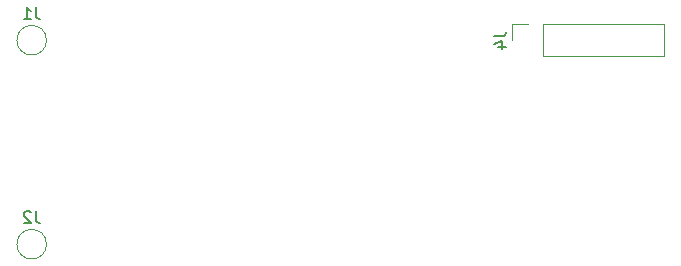
<source format=gbr>
G04 #@! TF.GenerationSoftware,KiCad,Pcbnew,(5.1.5)-3*
G04 #@! TF.CreationDate,2020-07-17T00:05:11-04:00*
G04 #@! TF.ProjectId,Power Transducer,506f7765-7220-4547-9261-6e7364756365,rev?*
G04 #@! TF.SameCoordinates,Original*
G04 #@! TF.FileFunction,Legend,Bot*
G04 #@! TF.FilePolarity,Positive*
%FSLAX46Y46*%
G04 Gerber Fmt 4.6, Leading zero omitted, Abs format (unit mm)*
G04 Created by KiCad (PCBNEW (5.1.5)-3) date 2020-07-17 00:05:11*
%MOMM*%
%LPD*%
G04 APERTURE LIST*
%ADD10C,0.120000*%
%ADD11C,0.150000*%
G04 APERTURE END LIST*
D10*
X95866000Y-71501000D02*
G75*
G03X95866000Y-71501000I-1251000J0D01*
G01*
X95866000Y-88773000D02*
G75*
G03X95866000Y-88773000I-1251000J0D01*
G01*
X135322000Y-70171000D02*
X135322000Y-71501000D01*
X136652000Y-70171000D02*
X135322000Y-70171000D01*
X137922000Y-70171000D02*
X137922000Y-72831000D01*
X137922000Y-72831000D02*
X148142000Y-72831000D01*
X137922000Y-70171000D02*
X148142000Y-70171000D01*
X148142000Y-70171000D02*
X148142000Y-72831000D01*
D11*
X94948333Y-68703380D02*
X94948333Y-69417666D01*
X94995952Y-69560523D01*
X95091190Y-69655761D01*
X95234047Y-69703380D01*
X95329285Y-69703380D01*
X93948333Y-69703380D02*
X94519761Y-69703380D01*
X94234047Y-69703380D02*
X94234047Y-68703380D01*
X94329285Y-68846238D01*
X94424523Y-68941476D01*
X94519761Y-68989095D01*
X94948333Y-85975380D02*
X94948333Y-86689666D01*
X94995952Y-86832523D01*
X95091190Y-86927761D01*
X95234047Y-86975380D01*
X95329285Y-86975380D01*
X94519761Y-86070619D02*
X94472142Y-86023000D01*
X94376904Y-85975380D01*
X94138809Y-85975380D01*
X94043571Y-86023000D01*
X93995952Y-86070619D01*
X93948333Y-86165857D01*
X93948333Y-86261095D01*
X93995952Y-86403952D01*
X94567380Y-86975380D01*
X93948333Y-86975380D01*
X133774380Y-71167666D02*
X134488666Y-71167666D01*
X134631523Y-71120047D01*
X134726761Y-71024809D01*
X134774380Y-70881952D01*
X134774380Y-70786714D01*
X134107714Y-72072428D02*
X134774380Y-72072428D01*
X133726761Y-71834333D02*
X134441047Y-71596238D01*
X134441047Y-72215285D01*
M02*

</source>
